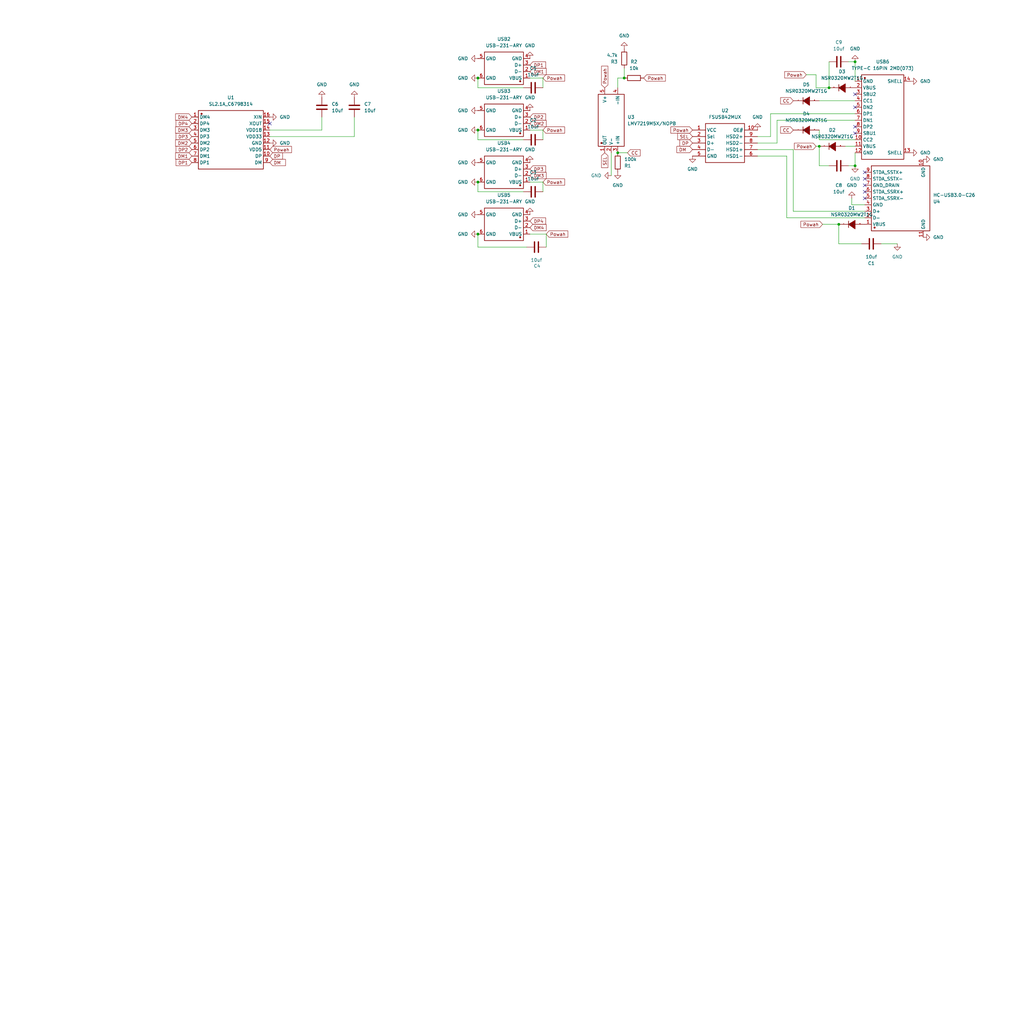
<source format=kicad_sch>
(kicad_sch (version 20250114) (generator "eeschema") (generator_version "9.0")
  (paper "User" 400 400)
  (lib_symbols
    (symbol "Device:C" (pin_numbers (hide yes)) (pin_names (offset 0.254))
      (property "Reference" "C" (at 0.635 2.54 0))
      (property "Value" "C" (at 0.635 -2.54 0))
      (symbol "C_0_1"
        (polyline (pts (xy -2.032 0.762) (xy 2.032 0.762)) (stroke (width 0.508)))
        (polyline (pts (xy -2.032 -0.762) (xy 2.032 -0.762)) (stroke (width 0.508)))
      )
      (symbol "C_1_1"
        (pin passive line (at 0 3.81 270) (length 2.794) (name "~") (number "1"))
        (pin passive line (at 0 -3.81 90) (length 2.794) (name "~") (number "2"))
      )
    )
    (symbol "Device:R" (pin_numbers (hide yes)) (pin_names (offset 0))
      (property "Reference" "R" (at 2.032 0 90))
      (property "Value" "R" (at 0 0 90))
      (symbol "R_0_1"
        (rectangle (start -1.016 -2.54) (end 1.016 2.54) (stroke (width 0.254)))
      )
      (symbol "R_1_1"
        (pin passive line (at 0 3.81 270) (length 1.27) (name "~") (number "1"))
        (pin passive line (at 0 -3.81 90) (length 1.27) (name "~") (number "2"))
      )
    )
    (symbol "SCHLIB_FSUSB42MUX_2025-08-14:FSUSB42MUX"
      (property "Reference" "U?" (at 0 0 0))
      (property "Value" "FSUSB42MUX" (at 0 0 0))
      (symbol "FSUSB42MUX_0_0"
        (rectangle (start -7.62 7.62) (end 7.62 -7.62) (stroke (width 0.254)))
        (pin unspecified line (at -12.7 5.08 0) (length 5.08) (name "VCC") (number "1"))
        (pin unspecified line (at -12.7 2.54 0) (length 5.08) (name "Sel") (number "2"))
        (pin unspecified line (at -12.7 0 0) (length 5.08) (name "D+") (number "3"))
        (pin unspecified line (at -12.7 -2.54 0) (length 5.08) (name "D-") (number "4"))
        (pin unspecified line (at -12.7 -5.08 0) (length 5.08) (name "GND") (number "5"))
        (pin unspecified line (at 12.7 5.08 180) (length 5.08) (name "OE#") (number "10"))
        (pin unspecified line (at 12.7 2.54 180) (length 5.08) (name "HSD2+") (number "9"))
        (pin unspecified line (at 12.7 0 180) (length 5.08) (name "HSD2-") (number "8"))
        (pin unspecified line (at 12.7 -2.54 180) (length 5.08) (name "HSD1+") (number "7"))
        (pin unspecified line (at 12.7 -5.08 180) (length 5.08) (name "HSD1-") (number "6"))
      )
    )
    (symbol "SCHLIB_HC-USB3.0-C26_2025-08-14:HC-USB3.0-C26"
      (property "Reference" "U?" (at 0 0 0))
      (property "Value" "HC-USB3.0-C26" (at 0 0 0))
      (symbol "HC-USB3.0-C26_0_0"
        (rectangle (start -10.16 12.7) (end 12.7 -12.7) (stroke (width 0.254)))
        (circle (center -8.89 11.43) (radius 0.254) (stroke (width 0.254)) (fill (type outline)))
        (pin unspecified line (at -12.7 10.16 0) (length 2.54) (name "VBUS") (number "1"))
        (pin unspecified line (at -12.7 7.62 0) (length 2.54) (name "D-") (number "2"))
        (pin unspecified line (at -12.7 5.08 0) (length 2.54) (name "D+") (number "3"))
        (pin unspecified line (at -12.7 2.54 0) (length 2.54) (name "GND") (number "4"))
        (pin unspecified line (at -12.7 0 0) (length 2.54) (name "STDA_SSRX-") (number "5"))
        (pin unspecified line (at -12.7 -2.54 0) (length 2.54) (name "STDA_SSRX+") (number "6"))
        (pin unspecified line (at -12.7 -5.08 0) (length 2.54) (name "GND_DRAIN") (number "7"))
        (pin unspecified line (at -12.7 -7.62 0) (length 2.54) (name "STDA_SSTX-") (number "8"))
        (pin unspecified line (at -12.7 -10.16 0) (length 2.54) (name "STDA_SSTX+") (number "9"))
        (pin unspecified line (at 10.16 15.24 270) (length 2.54) (name "GND") (number "11"))
        (pin unspecified line (at 10.16 -15.24 90) (length 2.54) (name "GND") (number "10"))
      )
    )
    (symbol "SCHLIB_LMV7219M5X-NOPB_2025-08-14:LMV7219M5X/NOPB"
      (property "Reference" "U?" (at 0 0 0))
      (property "Value" "LMV7219M5X/NOPB" (at 0 0 0))
      (symbol "LMV7219M5X/NOPB_0_0"
        (rectangle (start -5.08 10.16) (end 5.08 -10.16) (stroke (width 0.254)))
        (circle (center -3.81 -8.89) (radius 0.254) (stroke (width 0.254)) (fill (type outline)))
        (pin unspecified line (at -2.54 12.7 270) (length 2.54) (name "V+") (number "5"))
        (pin unspecified line (at -2.54 -12.7 90) (length 2.54) (name "OUT") (number "1"))
        (pin unspecified line (at 0 -12.7 90) (length 2.54) (name "V-") (number "2"))
        (pin unspecified line (at 2.54 12.7 270) (length 2.54) (name "-IN") (number "4"))
        (pin unspecified line (at 2.54 -12.7 90) (length 2.54) (name "+IN") (number "3"))
      )
    )
    (symbol "SCHLIB_NSR0320MW2T1G_2025-08-14:NSR0320MW2T1G"
      (property "Reference" "D?" (at 0 0 0))
      (property "Value" "NSR0320MW2T1G" (at 0 0 0))
      (symbol "NSR0320MW2T1G_0_0"
        (polyline (pts (xy -1.27 1.27) (xy -1.27 -1.27)) (stroke (width 0.254)))
        (polyline (pts (xy 1.27 1.524) (xy -1.27 0) (xy 1.27 -1.778) (xy 1.27 1.524)) (stroke (width 0.254)) (fill (type outline)))
        (pin unspecified line (at -5.08 0 0) (length 3.81) (name "C") (number "1"))
        (pin unspecified line (at 5.08 0 180) (length 3.81) (name "A") (number "2"))
      )
    )
    (symbol "SCHLIB_SL2.1A_C6798314_2025-08-14:SL2.1A_C6798314"
      (property "Reference" "U?" (at 0 0 0))
      (property "Value" "SL2.1A_C6798314" (at 0 0 0))
      (symbol "SL2.1A_C6798314_0_0"
        (rectangle (start -12.7 12.7) (end 12.7 -10.16) (stroke (width 0.254)))
        (circle (center -11.43 11.43) (radius 0.254) (stroke (width 0.254)) (fill (type outline)))
        (pin unspecified line (at -15.24 10.16 0) (length 2.54) (name "DM4") (number "1"))
        (pin unspecified line (at -15.24 7.62 0) (length 2.54) (name "DP4") (number "2"))
        (pin unspecified line (at -15.24 5.08 0) (length 2.54) (name "DM3") (number "3"))
        (pin unspecified line (at -15.24 2.54 0) (length 2.54) (name "DP3") (number "4"))
        (pin unspecified line (at -15.24 0 0) (length 2.54) (name "DM2") (number "5"))
        (pin unspecified line (at -15.24 -2.54 0) (length 2.54) (name "DP2") (number "6"))
        (pin unspecified line (at -15.24 -5.08 0) (length 2.54) (name "DM1") (number "7"))
        (pin unspecified line (at -15.24 -7.62 0) (length 2.54) (name "DP1") (number "8"))
        (pin unspecified line (at 15.24 10.16 180) (length 2.54) (name "XIN") (number "16"))
        (pin unspecified line (at 15.24 7.62 180) (length 2.54) (name "XOUT") (number "15"))
        (pin unspecified line (at 15.24 5.08 180) (length 2.54) (name "VDD18") (number "14"))
        (pin unspecified line (at 15.24 2.54 180) (length 2.54) (name "VDD33") (number "13"))
        (pin unspecified line (at 15.24 0 180) (length 2.54) (name "GND") (number "12"))
        (pin unspecified line (at 15.24 -2.54 180) (length 2.54) (name "VDD5") (number "11"))
        (pin unspecified line (at 15.24 -5.08 180) (length 2.54) (name "DP") (number "10"))
        (pin unspecified line (at 15.24 -7.62 180) (length 2.54) (name "DM") (number "9"))
      )
    )
    (symbol "SCHLIB_TYPE-C-16PIN-2MD(073)_2025-08-14 (1):TYPE-C 16PIN 2MD(073)"
      (property "Reference" "USB?" (at 0 0 0))
      (property "Value" "TYPE-C 16PIN 2MD(073)" (at 0 0 0))
      (symbol "TYPE-C 16PIN 2MD(073)_0_0"
        (rectangle (start -8.89 16.51) (end 7.62 -16.51) (stroke (width 0.254)))
        (circle (center -7.62 15.24) (radius 0.254) (stroke (width 0.254)) (fill (type outline)))
        (pin unspecified line (at -11.43 13.97 0) (length 2.54) (name "GND") (number "1"))
        (pin unspecified line (at -11.43 11.43 0) (length 2.54) (name "VBUS") (number "2"))
        (pin unspecified line (at -11.43 8.89 0) (length 2.54) (name "SBU2") (number "3"))
        (pin unspecified line (at -11.43 6.35 0) (length 2.54) (name "CC1") (number "4"))
        (pin unspecified line (at -11.43 3.81 0) (length 2.54) (name "DN2") (number "5"))
        (pin unspecified line (at -11.43 1.27 0) (length 2.54) (name "DP1") (number "6"))
        (pin unspecified line (at -11.43 -1.27 0) (length 2.54) (name "DN1") (number "7"))
        (pin unspecified line (at -11.43 -3.81 0) (length 2.54) (name "DP2") (number "8"))
        (pin unspecified line (at -11.43 -6.35 0) (length 2.54) (name "SBU1") (number "9"))
        (pin unspecified line (at -11.43 -8.89 0) (length 2.54) (name "CC2") (number "10"))
        (pin unspecified line (at -11.43 -11.43 0) (length 2.54) (name "VBUS") (number "11"))
        (pin unspecified line (at -11.43 -13.97 0) (length 2.54) (name "GND") (number "12"))
        (pin unspecified line (at 10.16 13.97 180) (length 2.54) (name "SHELL") (number "14"))
        (pin unspecified line (at 10.16 -13.97 180) (length 2.54) (name "SHELL") (number "13"))
      )
    )
    (symbol "SCHLIB_USB-231-ARY_2025-08-14:USB-231-ARY"
      (property "Reference" "USB?" (at 0 0 0))
      (property "Value" "USB-231-ARY" (at 0 0 0))
      (symbol "USB-231-ARY_0_0"
        (rectangle (start -7.62 7.62) (end 7.62 -5.08) (stroke (width 0.254)))
        (circle (center -6.35 6.35) (radius 0.254) (stroke (width 0.254)) (fill (type outline)))
        (pin unspecified line (at -10.16 5.08 0) (length 2.54) (name "VBUS") (number "1"))
        (pin unspecified line (at -10.16 2.54 0) (length 2.54) (name "D-") (number "2"))
        (pin unspecified line (at -10.16 0 0) (length 2.54) (name "D+") (number "3"))
        (pin unspecified line (at -10.16 -2.54 0) (length 2.54) (name "GND") (number "4"))
        (pin unspecified line (at 10.16 5.08 180) (length 2.54) (name "GND") (number "6"))
        (pin unspecified line (at 10.16 -2.54 180) (length 2.54) (name "GND") (number "5"))
      )
    )
    (symbol "power:GND" (power) (pin_numbers (hide yes)) (pin_names (offset 0) (hide yes))
      (property "Value" "GND" (at 0 -3.81 0))
      (symbol "GND_0_1"
        (polyline (pts (xy 0 0) (xy 0 -1.27) (xy 1.27 -1.27) (xy 0 -2.54) (xy -1.27 -1.27) (xy 0 -1.27)))
      )
      (symbol "GND_1_1"
        (pin power_in line (at 0 0 270) (length 0) (name "~") (number "1"))
      )
    )
  )
  (junction (at 186.69 30.48))
  (junction (at 334.01 24.13))
  (junction (at 186.69 91.44))
  (junction (at 243.84 30.48))
  (junction (at 186.69 50.8))
  (junction (at 320.04 57.15))
  (junction (at 186.69 71.12))
  (junction (at 327.66 87.63))
  (junction (at 323.85 34.29))
  (junction (at 241.3 59.69))
  (junction (at 334.01 64.77))
  (no_connect (at 337.82 67.31))
  (no_connect (at 334.01 36.83))
  (no_connect (at 334.01 49.53))
  (no_connect (at 337.82 69.85))
  (no_connect (at 337.82 74.93))
  (no_connect (at 334.01 52.07))
  (no_connect (at 105.41 48.26))
  (no_connect (at 334.01 41.91))
  (no_connect (at 337.82 77.47))
  (no_connect (at 337.82 72.39))
  (wire (pts (xy 186.69 54.61) (xy 186.69 50.8)))
  (wire (pts (xy 205.74 96.52) (xy 186.69 96.52)))
  (wire (pts (xy 309.88 58.42) (xy 295.91 58.42)))
  (wire (pts (xy 318.77 57.15) (xy 320.04 57.15)))
  (wire (pts (xy 243.84 30.48) (xy 241.3 30.48)))
  (wire (pts (xy 207.01 50.8) (xy 212.09 50.8)))
  (wire (pts (xy 186.69 74.93) (xy 186.69 71.12)))
  (wire (pts (xy 330.2 57.15) (xy 334.01 57.15)))
  (wire (pts (xy 241.3 59.69) (xy 245.11 59.69)))
  (wire (pts (xy 213.36 91.44) (xy 213.36 96.52)))
  (wire (pts (xy 238.76 68.58) (xy 238.76 59.69)))
  (wire (pts (xy 204.47 74.93) (xy 186.69 74.93)))
  (wire (pts (xy 212.09 50.8) (xy 212.09 54.61)))
  (wire (pts (xy 307.34 85.09) (xy 307.34 60.96)))
  (wire (pts (xy 186.69 91.44) (xy 186.69 96.52)))
  (wire (pts (xy 318.77 29.21) (xy 318.77 34.29)))
  (wire (pts (xy 186.69 34.29) (xy 186.69 30.48)))
  (wire (pts (xy 204.47 54.61) (xy 186.69 54.61)))
  (wire (pts (xy 212.09 71.12) (xy 212.09 74.93)))
  (wire (pts (xy 320.04 50.8) (xy 320.04 54.61)))
  (wire (pts (xy 138.43 53.34) (xy 138.43 45.72)))
  (wire (pts (xy 337.82 85.09) (xy 307.34 85.09)))
  (wire (pts (xy 334.01 46.99) (xy 303.53 46.99)))
  (wire (pts (xy 331.47 24.13) (xy 334.01 24.13)))
  (wire (pts (xy 300.99 53.34) (xy 295.91 53.34)))
  (wire (pts (xy 337.82 82.55) (xy 309.88 82.55)))
  (wire (pts (xy 332.74 80.01) (xy 332.74 77.47)))
  (wire (pts (xy 344.17 95.25) (xy 350.52 95.25)))
  (wire (pts (xy 337.82 80.01) (xy 332.74 80.01)))
  (wire (pts (xy 204.47 34.29) (xy 186.69 34.29)))
  (wire (pts (xy 303.53 55.88) (xy 295.91 55.88)))
  (wire (pts (xy 318.77 34.29) (xy 323.85 34.29)))
  (wire (pts (xy 331.47 64.77) (xy 334.01 64.77)))
  (wire (pts (xy 334.01 24.13) (xy 334.01 31.75)))
  (wire (pts (xy 212.09 30.48) (xy 212.09 34.29)))
  (wire (pts (xy 303.53 46.99) (xy 303.53 55.88)))
  (wire (pts (xy 125.73 50.8) (xy 125.73 45.72)))
  (wire (pts (xy 207.01 91.44) (xy 213.36 91.44)))
  (wire (pts (xy 320.04 39.37) (xy 334.01 39.37)))
  (wire (pts (xy 334.01 59.69) (xy 334.01 64.77)))
  (wire (pts (xy 327.66 95.25) (xy 336.55 95.25)))
  (wire (pts (xy 320.04 57.15) (xy 320.04 64.77)))
  (wire (pts (xy 314.96 29.21) (xy 318.77 29.21)))
  (wire (pts (xy 323.85 24.13) (xy 323.85 34.29)))
  (wire (pts (xy 105.41 53.34) (xy 138.43 53.34)))
  (wire (pts (xy 207.01 71.12) (xy 212.09 71.12)))
  (wire (pts (xy 207.01 30.48) (xy 212.09 30.48)))
  (wire (pts (xy 309.88 82.55) (xy 309.88 58.42)))
  (wire (pts (xy 320.04 64.77) (xy 323.85 64.77)))
  (wire (pts (xy 321.31 87.63) (xy 327.66 87.63)))
  (wire (pts (xy 334.01 44.45) (xy 300.99 44.45)))
  (wire (pts (xy 105.41 50.8) (xy 125.73 50.8)))
  (wire (pts (xy 320.04 54.61) (xy 334.01 54.61)))
  (wire (pts (xy 300.99 44.45) (xy 300.99 53.34)))
  (wire (pts (xy 243.84 26.67) (xy 243.84 30.48)))
  (wire (pts (xy 241.3 30.48) (xy 241.3 34.29)))
  (wire (pts (xy 327.66 87.63) (xy 327.66 95.25)))
  (wire (pts (xy 307.34 60.96) (xy 295.91 60.96)))
  (global_label "SEL" (shape input) (at 236.22 59.69 270) (property "Intersheetrefs" "${INTERSHEET_REFS}" (effects (hide yes))))
  (global_label "DM3" (shape input) (at 207.01 68.58 0) (property "Intersheetrefs" "${INTERSHEET_REFS}" (effects (hide yes))))
  (global_label "DP3" (shape input) (at 74.93 53.34 180) (property "Intersheetrefs" "${INTERSHEET_REFS}" (effects (hide yes))))
  (global_label "DP1" (shape input) (at 74.93 63.5 180) (property "Intersheetrefs" "${INTERSHEET_REFS}" (effects (hide yes))))
  (global_label "Powah" (shape input) (at 212.09 71.12 0) (property "Intersheetrefs" "${INTERSHEET_REFS}" (effects (hide yes))))
  (global_label "DP2" (shape input) (at 207.01 45.72 0) (property "Intersheetrefs" "${INTERSHEET_REFS}" (effects (hide yes))))
  (global_label "DP4" (shape input) (at 74.93 48.26 180) (property "Intersheetrefs" "${INTERSHEET_REFS}" (effects (hide yes))))
  (global_label "Powah" (shape input) (at 212.09 50.8 0) (property "Intersheetrefs" "${INTERSHEET_REFS}" (effects (hide yes))))
  (global_label "DM3" (shape input) (at 74.93 50.8 180) (property "Intersheetrefs" "${INTERSHEET_REFS}" (effects (hide yes))))
  (global_label "DP1" (shape input) (at 207.01 25.4 0) (property "Intersheetrefs" "${INTERSHEET_REFS}" (effects (hide yes))))
  (global_label "Powah" (shape input) (at 213.36 91.44 0) (property "Intersheetrefs" "${INTERSHEET_REFS}" (effects (hide yes))))
  (global_label "CC" (shape input) (at 309.88 50.8 180) (property "Intersheetrefs" "${INTERSHEET_REFS}" (effects (hide yes))))
  (global_label "CC" (shape input) (at 245.11 59.69 0) (property "Intersheetrefs" "${INTERSHEET_REFS}" (effects (hide yes))))
  (global_label "SEL" (shape input) (at 270.51 53.34 180) (property "Intersheetrefs" "${INTERSHEET_REFS}" (effects (hide yes))))
  (global_label "DP" (shape input) (at 270.51 55.88 180) (property "Intersheetrefs" "${INTERSHEET_REFS}" (effects (hide yes))))
  (global_label "DP3" (shape input) (at 207.01 66.04 0) (property "Intersheetrefs" "${INTERSHEET_REFS}" (effects (hide yes))))
  (global_label "Powah" (shape input) (at 270.51 50.8 180) (property "Intersheetrefs" "${INTERSHEET_REFS}" (effects (hide yes))))
  (global_label "Powah" (shape input) (at 212.09 30.48 0) (property "Intersheetrefs" "${INTERSHEET_REFS}" (effects (hide yes))))
  (global_label "DP" (shape input) (at 105.41 60.96 0) (property "Intersheetrefs" "${INTERSHEET_REFS}" (effects (hide yes))))
  (global_label "DM1" (shape input) (at 207.01 27.94 0) (property "Intersheetrefs" "${INTERSHEET_REFS}" (effects (hide yes))))
  (global_label "DM2" (shape input) (at 207.01 48.26 0) (property "Intersheetrefs" "${INTERSHEET_REFS}" (effects (hide yes))))
  (global_label "CC" (shape input) (at 309.88 39.37 180) (property "Intersheetrefs" "${INTERSHEET_REFS}" (effects (hide yes))))
  (global_label "Powah" (shape input) (at 251.46 30.48 0) (property "Intersheetrefs" "${INTERSHEET_REFS}" (effects (hide yes))))
  (global_label "DP4" (shape input) (at 207.01 86.36 0) (property "Intersheetrefs" "${INTERSHEET_REFS}" (effects (hide yes))))
  (global_label "Powah" (shape input) (at 318.77 57.15 180) (property "Intersheetrefs" "${INTERSHEET_REFS}" (effects (hide yes))))
  (global_label "Powah" (shape input) (at 236.22 34.29 90) (property "Intersheetrefs" "${INTERSHEET_REFS}" (effects (hide yes))))
  (global_label "Powah" (shape input) (at 314.96 29.21 180) (property "Intersheetrefs" "${INTERSHEET_REFS}" (effects (hide yes))))
  (global_label "DM " (shape input) (at 105.41 63.5 0) (property "Intersheetrefs" "${INTERSHEET_REFS}" (effects (hide yes))))
  (global_label "DP2" (shape input) (at 74.93 58.42 180) (property "Intersheetrefs" "${INTERSHEET_REFS}" (effects (hide yes))))
  (global_label "DM1" (shape input) (at 74.93 60.96 180) (property "Intersheetrefs" "${INTERSHEET_REFS}" (effects (hide yes))))
  (global_label "DM4" (shape input) (at 207.01 88.9 0) (property "Intersheetrefs" "${INTERSHEET_REFS}" (effects (hide yes))))
  (global_label "DM " (shape input) (at 270.51 58.42 180) (property "Intersheetrefs" "${INTERSHEET_REFS}" (effects (hide yes))))
  (global_label "DM2" (shape input) (at 74.93 55.88 180) (property "Intersheetrefs" "${INTERSHEET_REFS}" (effects (hide yes))))
  (global_label "Powah" (shape input) (at 321.31 87.63 180) (property "Intersheetrefs" "${INTERSHEET_REFS}" (effects (hide yes))))
  (global_label "Powah" (shape input) (at 105.41 58.42 0) (property "Intersheetrefs" "${INTERSHEET_REFS}" (effects (hide yes))))
  (global_label "DM4" (shape input) (at 74.93 45.72 180) (property "Intersheetrefs" "${INTERSHEET_REFS}" (effects (hide yes))))
  (symbol (lib_id "SCHLIB_NSR0320MW2T1G_2025-08-14:NSR0320MW2T1G") (at 314.96 50.8 0) (unit 1)
    (property "Reference" "D4" (at 314.96 44.45 0))
    (property "Value" "NSR0320MW2T1G" (at 314.96 46.99 0))
    (property "Manufacturer Part" "NSR0320MW2T1G" (effects (hide yes)))
    (property "Manufacturer" "onsemi(安森美)" (effects (hide yes)))
    (property "Supplier Part" "C48192" (effects (hide yes)))
    (property "Supplier" "LCSC" (effects (hide yes)))
  )
  (symbol (lib_id "SCHLIB_USB-231-ARY_2025-08-14:USB-231-ARY") (at 196.85 66.04 180) (unit 1)
    (property "Reference" "USB4" (at 196.85 55.88 0))
    (property "Value" "USB-231-ARY" (at 196.85 58.42 0))
    (property "Manufacturer Part" "USB-231-ARY" (effects (hide yes)))
    (property "Manufacturer" "XUNPU(讯普)" (effects (hide yes)))
    (property "Supplier Part" "C720525" (effects (hide yes)))
    (property "Supplier" "LCSC" (effects (hide yes)))
  )
  (symbol (lib_id "SCHLIB_HC-USB3.0-C26_2025-08-14:HC-USB3.0-C26") (at 350.52 77.47 0) (mirror x) (unit 1)
    (property "Reference" "U4" (at 364.49 78.7401 0) (effects (justify left)))
    (property "Value" "HC-USB3.0-C26" (at 364.49 76.2001 0) (effects (justify left)))
    (property "Manufacturer Part" "HC-USB3.0-C26" (effects (hide yes)))
    (property "Manufacturer" "HC(虹成电子)" (effects (hide yes)))
    (property "Supplier Part" "C7501854" (effects (hide yes)))
    (property "Supplier" "LCSC" (effects (hide yes)))
  )
  (symbol (lib_id "SCHLIB_SL2.1A_C6798314_2025-08-14:SL2.1A_C6798314") (at 90.17 55.88 0) (unit 1)
    (property "Reference" "U1" (at 90.17 38.1 0))
    (property "Value" "SL2.1A_C6798314" (at 90.17 40.64 0))
    (property "Manufacturer Part" "SL2.1A" (effects (hide yes)))
    (property "Manufacturer" "CoreChips(和芯润德)" (effects (hide yes)))
    (property "Supplier Part" "C6798314" (effects (hide yes)))
    (property "Supplier" "LCSC" (effects (hide yes)))
  )
  (symbol (lib_id "Device:C") (at 327.66 24.13 270) (unit 1)
    (property "Reference" "C9" (at 327.66 16.51 90))
    (property "Value" "10uf" (at 327.66 19.05 90))
    (property "Description" "Unpolarized capacitor" (effects (hide yes)))
  )
  (symbol (lib_id "SCHLIB_USB-231-ARY_2025-08-14:USB-231-ARY") (at 196.85 25.4 180) (unit 1)
    (property "Reference" "USB2" (at 196.85 15.24 0))
    (property "Value" "USB-231-ARY" (at 196.85 17.78 0))
    (property "Manufacturer Part" "USB-231-ARY" (effects (hide yes)))
    (property "Manufacturer" "XUNPU(讯普)" (effects (hide yes)))
    (property "Supplier Part" "C720525" (effects (hide yes)))
    (property "Supplier" "LCSC" (effects (hide yes)))
  )
  (symbol (lib_id "power:GND") (at 238.76 68.58 270) (mirror x) (unit 1)
    (property "Reference" "#PWR026" (effects (hide yes)))
    (property "Value" "GND" (at 234.95 68.5801 90) (effects (justify right)))
    (property "Description" "Power symbol creates a global label with name \"GND\" , ground" (effects (hide yes)))
  )
  (symbol (lib_id "power:GND") (at 105.41 45.72 90) (unit 1)
    (property "Reference" "#PWR019" (effects (hide yes)))
    (property "Value" "GND" (at 109.22 45.7199 90) (effects (justify right)))
    (property "Description" "Power symbol creates a global label with name \"GND\" , ground" (effects (hide yes)))
  )
  (symbol (lib_id "power:GND") (at 334.01 24.13 0) (mirror x) (unit 1)
    (property "Reference" "#PWR021" (effects (hide yes)))
    (property "Value" "GND" (at 334.01 19.05 0))
    (property "Description" "Power symbol creates a global label with name \"GND\" , ground" (effects (hide yes)))
  )
  (symbol (lib_id "power:GND") (at 360.68 92.71 90) (unit 1)
    (property "Reference" "#PWR029" (effects (hide yes)))
    (property "Value" "GND" (at 364.49 92.7099 90) (effects (justify right)))
    (property "Description" "Power symbol creates a global label with name \"GND\" , ground" (effects (hide yes)))
  )
  (symbol (lib_id "power:GND") (at 350.52 95.25 0) (unit 1)
    (property "Reference" "#PWR03" (effects (hide yes)))
    (property "Value" "GND" (at 350.52 100.33 0))
    (property "Description" "Power symbol creates a global label with name \"GND\" , ground" (effects (hide yes)))
  )
  (symbol (lib_id "Device:C") (at 208.28 54.61 90) (unit 1)
    (property "Reference" "C2" (at 208.28 46.99 90))
    (property "Value" "10uf" (at 208.28 49.53 90))
    (property "Description" "Unpolarized capacitor" (effects (hide yes)))
  )
  (symbol (lib_id "power:GND") (at 186.69 91.44 270) (unit 1)
    (property "Reference" "#PWR014" (effects (hide yes)))
    (property "Value" "GND" (at 182.88 91.4399 90) (effects (justify right)))
    (property "Description" "Power symbol creates a global label with name \"GND\" , ground" (effects (hide yes)))
  )
  (symbol (lib_id "Device:R") (at 241.3 63.5 0) (mirror x) (unit 1)
    (property "Reference" "R1" (at 243.84 64.7701 0) (effects (justify left)))
    (property "Value" "100k" (at 243.84 62.2301 0) (effects (justify left)))
    (property "Description" "Resistor" (effects (hide yes)))
  )
  (symbol (lib_id "power:GND") (at 270.51 60.96 0) (unit 1)
    (property "Reference" "#PWR025" (effects (hide yes)))
    (property "Value" "GND" (at 270.51 66.04 0))
    (property "Description" "Power symbol creates a global label with name \"GND\" , ground" (effects (hide yes)))
  )
  (symbol (lib_id "Device:C") (at 327.66 64.77 270) (mirror x) (unit 1)
    (property "Reference" "C8" (at 327.66 72.39 90))
    (property "Value" "10uf" (at 327.66 74.93 90))
    (property "Description" "Unpolarized capacitor" (effects (hide yes)))
  )
  (symbol (lib_id "SCHLIB_NSR0320MW2T1G_2025-08-14:NSR0320MW2T1G") (at 314.96 39.37 0) (unit 1)
    (property "Reference" "D5" (at 314.96 33.02 0))
    (property "Value" "NSR0320MW2T1G" (at 314.96 35.56 0))
    (property "Manufacturer Part" "NSR0320MW2T1G" (effects (hide yes)))
    (property "Manufacturer" "onsemi(安森美)" (effects (hide yes)))
    (property "Supplier Part" "C48192" (effects (hide yes)))
    (property "Supplier" "LCSC" (effects (hide yes)))
  )
  (symbol (lib_id "SCHLIB_LMV7219M5X-NOPB_2025-08-14:LMV7219M5X/NOPB") (at 238.76 46.99 0) (unit 1)
    (property "Reference" "U3" (at 245.11 45.7199 0) (effects (justify left)))
    (property "Value" "LMV7219M5X/NOPB" (at 245.11 48.2599 0) (effects (justify left)))
    (property "Manufacturer Part" "LMV7219M5X/NOPB" (effects (hide yes)))
    (property "Manufacturer" "TI(德州仪器)" (effects (hide yes)))
    (property "Supplier Part" "C283912" (effects (hide yes)))
    (property "Supplier" "LCSC" (effects (hide yes)))
  )
  (symbol (lib_id "power:GND") (at 355.6 31.75 90) (unit 1)
    (property "Reference" "#PWR022" (effects (hide yes)))
    (property "Value" "GND" (at 359.41 31.7499 90) (effects (justify right)))
    (property "Description" "Power symbol creates a global label with name \"GND\" , ground" (effects (hide yes)))
  )
  (symbol (lib_id "SCHLIB_TYPE-C-16PIN-2MD(073)_2025-08-14 (1):TYPE-C 16PIN 2MD(073)") (at 345.44 45.72 0) (unit 1)
    (property "Reference" "USB6" (at 344.805 24.13 0))
    (property "Value" "TYPE-C 16PIN 2MD(073)" (at 344.805 26.67 0))
    (property "Manufacturer Part" "TYPE-C 16PIN 2MD(073)" (effects (hide yes)))
    (property "Manufacturer" "SHOU HAN(首韩)" (effects (hide yes)))
    (property "Supplier Part" "C2765186" (effects (hide yes)))
    (property "Supplier" "LCSC" (effects (hide yes)))
  )
  (symbol (lib_id "SCHLIB_NSR0320MW2T1G_2025-08-14:NSR0320MW2T1G") (at 332.74 87.63 0) (unit 1)
    (property "Reference" "D1" (at 332.74 81.28 0))
    (property "Value" "NSR0320MW2T1G" (at 332.74 83.82 0))
    (property "Manufacturer Part" "NSR0320MW2T1G" (effects (hide yes)))
    (property "Manufacturer" "onsemi(安森美)" (effects (hide yes)))
    (property "Supplier Part" "C48192" (effects (hide yes)))
    (property "Supplier" "LCSC" (effects (hide yes)))
  )
  (symbol (lib_id "Device:C") (at 209.55 96.52 90) (mirror x) (unit 1)
    (property "Reference" "C4" (at 209.804 103.886 90))
    (property "Value" "10uf" (at 209.55 101.6 90))
    (property "Description" "Unpolarized capacitor" (effects (hide yes)))
  )
  (symbol (lib_id "power:GND") (at 207.01 83.82 180) (unit 1)
    (property "Reference" "#PWR015" (effects (hide yes)))
    (property "Value" "GND" (at 207.01 78.74 0))
    (property "Description" "Power symbol creates a global label with name \"GND\" , ground" (effects (hide yes)))
  )
  (symbol (lib_id "Device:C") (at 340.36 95.25 270) (mirror x) (unit 1)
    (property "Reference" "C1" (at 340.36 102.87 90))
    (property "Value" "10uf" (at 340.36 100.33 90))
    (property "Description" "Unpolarized capacitor" (effects (hide yes)))
  )
  (symbol (lib_id "power:GND") (at 186.69 63.5 270) (unit 1)
    (property "Reference" "#PWR010" (effects (hide yes)))
    (property "Value" "GND" (at 182.88 63.4999 90) (effects (justify right)))
    (property "Description" "Power symbol creates a global label with name \"GND\" , ground" (effects (hide yes)))
  )
  (symbol (lib_id "power:GND") (at 332.74 77.47 180) (unit 1)
    (property "Reference" "#PWR01" (effects (hide yes)))
    (property "Value" "GND" (at 332.74 72.39 0))
    (property "Description" "Power symbol creates a global label with name \"GND\" , ground" (effects (hide yes)))
  )
  (symbol (lib_id "power:GND") (at 207.01 22.86 180) (unit 1)
    (property "Reference" "#PWR06" (effects (hide yes)))
    (property "Value" "GND" (at 207.01 17.78 0))
    (property "Description" "Power symbol creates a global label with name \"GND\" , ground" (effects (hide yes)))
  )
  (symbol (lib_id "power:GND") (at 360.68 62.23 90) (unit 1)
    (property "Reference" "#PWR02" (effects (hide yes)))
    (property "Value" "GND" (at 364.49 62.2299 90) (effects (justify right)))
    (property "Description" "Power symbol creates a global label with name \"GND\" , ground" (effects (hide yes)))
  )
  (symbol (lib_id "Device:C") (at 125.73 41.91 0) (unit 1)
    (property "Reference" "C6" (at 129.54 40.6399 0) (effects (justify left)))
    (property "Value" "10uf" (at 129.54 43.1799 0) (effects (justify left)))
    (property "Description" "Unpolarized capacitor" (effects (hide yes)))
  )
  (symbol (lib_id "Device:C") (at 138.43 41.91 0) (unit 1)
    (property "Reference" "C7" (at 142.24 40.6399 0) (effects (justify left)))
    (property "Value" "10uf" (at 142.24 43.1799 0) (effects (justify left)))
    (property "Description" "Unpolarized capacitor" (effects (hide yes)))
  )
  (symbol (lib_id "power:GND") (at 186.69 50.8 270) (unit 1)
    (property "Reference" "#PWR08" (effects (hide yes)))
    (property "Value" "GND" (at 182.88 50.7999 90) (effects (justify right)))
    (property "Description" "Power symbol creates a global label with name \"GND\" , ground" (effects (hide yes)))
  )
  (symbol (lib_id "SCHLIB_NSR0320MW2T1G_2025-08-14:NSR0320MW2T1G") (at 328.93 34.29 0) (unit 1)
    (property "Reference" "D3" (at 328.93 27.94 0))
    (property "Value" "NSR0320MW2T1G" (at 328.93 30.48 0))
    (property "Manufacturer Part" "NSR0320MW2T1G" (effects (hide yes)))
    (property "Manufacturer" "onsemi(安森美)" (effects (hide yes)))
    (property "Supplier Part" "C48192" (effects (hide yes)))
    (property "Supplier" "LCSC" (effects (hide yes)))
  )
  (symbol (lib_id "SCHLIB_USB-231-ARY_2025-08-14:USB-231-ARY") (at 196.85 86.36 180) (unit 1)
    (property "Reference" "USB5" (at 196.85 76.2 0))
    (property "Value" "USB-231-ARY" (at 196.85 78.74 0))
    (property "Manufacturer Part" "USB-231-ARY" (effects (hide yes)))
    (property "Manufacturer" "XUNPU(讯普)" (effects (hide yes)))
    (property "Supplier Part" "C720525" (effects (hide yes)))
    (property "Supplier" "LCSC" (effects (hide yes)))
  )
  (symbol (lib_id "power:GND") (at 186.69 43.18 270) (unit 1)
    (property "Reference" "#PWR07" (effects (hide yes)))
    (property "Value" "GND" (at 182.88 43.1799 90) (effects (justify right)))
    (property "Description" "Power symbol creates a global label with name \"GND\" , ground" (effects (hide yes)))
  )
  (symbol (lib_id "SCHLIB_NSR0320MW2T1G_2025-08-14:NSR0320MW2T1G") (at 325.12 57.15 0) (unit 1)
    (property "Reference" "D2" (at 325.12 50.8 0))
    (property "Value" "NSR0320MW2T1G" (at 325.12 53.34 0))
    (property "Manufacturer Part" "NSR0320MW2T1G" (effects (hide yes)))
    (property "Manufacturer" "onsemi(安森美)" (effects (hide yes)))
    (property "Supplier Part" "C48192" (effects (hide yes)))
    (property "Supplier" "LCSC" (effects (hide yes)))
  )
  (symbol (lib_id "power:GND") (at 243.84 19.05 180) (unit 1)
    (property "Reference" "#PWR028" (effects (hide yes)))
    (property "Value" "GND" (at 243.84 13.97 0))
    (property "Description" "Power symbol creates a global label with name \"GND\" , ground" (effects (hide yes)))
  )
  (symbol (lib_id "power:GND") (at 334.01 64.77 0) (unit 1)
    (property "Reference" "#PWR020" (effects (hide yes)))
    (property "Value" "GND" (at 334.01 69.85 0))
    (property "Description" "Power symbol creates a global label with name \"GND\" , ground" (effects (hide yes)))
  )
  (symbol (lib_id "Device:R") (at 247.65 30.48 270) (mirror x) (unit 1)
    (property "Reference" "R2" (at 247.65 24.13 90))
    (property "Value" "10k" (at 247.65 26.67 90))
    (property "Description" "Resistor" (effects (hide yes)))
  )
  (symbol (lib_id "power:GND") (at 125.73 38.1 180) (unit 1)
    (property "Reference" "#PWR017" (effects (hide yes)))
    (property "Value" "GND" (at 125.73 33.02 0))
    (property "Description" "Power symbol creates a global label with name \"GND\" , ground" (effects (hide yes)))
  )
  (symbol (lib_id "power:GND") (at 186.69 71.12 270) (unit 1)
    (property "Reference" "#PWR011" (effects (hide yes)))
    (property "Value" "GND" (at 182.88 71.1199 90) (effects (justify right)))
    (property "Description" "Power symbol creates a global label with name \"GND\" , ground" (effects (hide yes)))
  )
  (symbol (lib_id "power:GND") (at 105.41 55.88 90) (unit 1)
    (property "Reference" "#PWR016" (effects (hide yes)))
    (property "Value" "GND" (at 109.22 55.8799 90) (effects (justify right)))
    (property "Description" "Power symbol creates a global label with name \"GND\" , ground" (effects (hide yes)))
  )
  (symbol (lib_id "power:GND") (at 207.01 43.18 180) (unit 1)
    (property "Reference" "#PWR09" (effects (hide yes)))
    (property "Value" "GND" (at 207.01 38.1 0))
    (property "Description" "Power symbol creates a global label with name \"GND\" , ground" (effects (hide yes)))
  )
  (symbol (lib_id "power:GND") (at 186.69 30.48 270) (unit 1)
    (property "Reference" "#PWR04" (effects (hide yes)))
    (property "Value" "GND" (at 182.88 30.4799 90) (effects (justify right)))
    (property "Description" "Power symbol creates a global label with name \"GND\" , ground" (effects (hide yes)))
  )
  (symbol (lib_id "Device:C") (at 208.28 34.29 90) (unit 1)
    (property "Reference" "C5" (at 208.28 26.67 90))
    (property "Value" "10uf" (at 208.28 29.21 90))
    (property "Description" "Unpolarized capacitor" (effects (hide yes)))
  )
  (symbol (lib_id "Device:C") (at 208.28 74.93 90) (unit 1)
    (property "Reference" "C3" (at 208.28 67.31 90))
    (property "Value" "10uf" (at 208.28 69.85 90))
    (property "Description" "Unpolarized capacitor" (effects (hide yes)))
  )
  (symbol (lib_id "Device:R") (at 243.84 22.86 180) (unit 1)
    (property "Reference" "R3" (at 241.3 24.1301 0) (effects (justify left)))
    (property "Value" "4.7k" (at 241.3 21.5901 0) (effects (justify left)))
    (property "Description" "Resistor" (effects (hide yes)))
  )
  (symbol (lib_id "power:GND") (at 355.6 59.69 90) (unit 1)
    (property "Reference" "#PWR023" (effects (hide yes)))
    (property "Value" "GND" (at 359.41 59.6899 90) (effects (justify right)))
    (property "Description" "Power symbol creates a global label with name \"GND\" , ground" (effects (hide yes)))
  )
  (symbol (lib_id "power:GND") (at 186.69 22.86 270) (unit 1)
    (property "Reference" "#PWR05" (effects (hide yes)))
    (property "Value" "GND" (at 182.88 22.8599 90) (effects (justify right)))
    (property "Description" "Power symbol creates a global label with name \"GND\" , ground" (effects (hide yes)))
  )
  (symbol (lib_id "SCHLIB_FSUSB42MUX_2025-08-14:FSUSB42MUX") (at 283.21 55.88 0) (unit 1)
    (property "Reference" "U2" (at 283.21 43.18 0))
    (property "Value" "FSUSB42MUX" (at 283.21 45.72 0))
    (property "Manufacturer Part" "FSUSB42MUX" (effects (hide yes)))
    (property "Manufacturer" "onsemi(安森美)" (effects (hide yes)))
    (property "Supplier Part" "C11355" (effects (hide yes)))
    (property "Supplier" "LCSC" (effects (hide yes)))
  )
  (symbol (lib_id "power:GND") (at 207.01 63.5 180) (unit 1)
    (property "Reference" "#PWR012" (effects (hide yes)))
    (property "Value" "GND" (at 207.01 58.42 0))
    (property "Description" "Power symbol creates a global label with name \"GND\" , ground" (effects (hide yes)))
  )
  (symbol (lib_id "power:GND") (at 138.43 38.1 180) (unit 1)
    (property "Reference" "#PWR018" (effects (hide yes)))
    (property "Value" "GND" (at 138.43 33.02 0))
    (property "Description" "Power symbol creates a global label with name \"GND\" , ground" (effects (hide yes)))
  )
  (symbol (lib_id "power:GND") (at 295.91 50.8 180) (unit 1)
    (property "Reference" "#PWR024" (effects (hide yes)))
    (property "Value" "GND" (at 295.91 45.72 0))
    (property "Description" "Power symbol creates a global label with name \"GND\" , ground" (effects (hide yes)))
  )
  (symbol (lib_id "SCHLIB_USB-231-ARY_2025-08-14:USB-231-ARY") (at 196.85 45.72 180) (unit 1)
    (property "Reference" "USB3" (at 196.85 35.56 0))
    (property "Value" "USB-231-ARY" (at 196.85 38.1 0))
    (property "Manufacturer Part" "USB-231-ARY" (effects (hide yes)))
    (property "Manufacturer" "XUNPU(讯普)" (effects (hide yes)))
    (property "Supplier Part" "C720525" (effects (hide yes)))
    (property "Supplier" "LCSC" (effects (hide yes)))
  )
  (symbol (lib_id "power:GND") (at 186.69 83.82 270) (unit 1)
    (property "Reference" "#PWR013" (effects (hide yes)))
    (property "Value" "GND" (at 182.88 83.8199 90) (effects (justify right)))
    (property "Description" "Power symbol creates a global label with name \"GND\" , ground" (effects (hide yes)))
  )
  (symbol (lib_id "power:GND") (at 241.3 67.31 0) (unit 1)
    (property "Reference" "#PWR027" (effects (hide yes)))
    (property "Value" "GND" (at 241.3 72.39 0))
    (property "Description" "Power symbol creates a global label with name \"GND\" , ground" (effects (hide yes)))
  )
)
</source>
